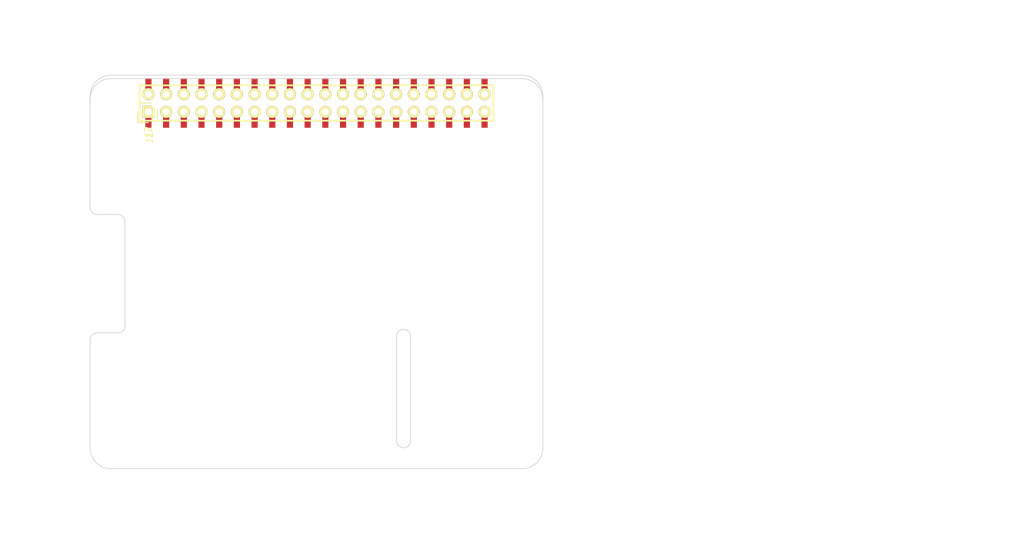
<source format=kicad_pcb>
(kicad_pcb (version 20221018) (generator pcbnew)
  (layers (0 "F.Cu" signal) (31 "B.Cu" signal) (34 "B.Paste" user) (35 "F.Paste" user) (36 "B.SilkS" user "B.Silkscreen") (37 "F.SilkS" user "F.Silkscreen") (38 "B.Mask" user) (39 "F.Mask" user) (44 "Edge.Cuts" user))
  (net 0 "")
  (net 1 "Net-(J1-Pad34)")
  (net 2 "Net-(J1-Pad36)")
  (net 3 "Net-(J1-Pad40)")
  (net 4 "Net-(J1-Pad38)")
  (net 5 "Net-(J1-Pad18)")
  (net 6 "Net-(J1-Pad20)")
  (net 7 "Net-(J1-Pad24)")
  (net 8 "Net-(J1-Pad22)")
  (net 9 "Net-(J1-Pad30)")
  (net 10 "Net-(J1-Pad32)")
  (net 11 "Net-(J1-Pad28)")
  (net 12 "Net-(J1-Pad26)")
  (net 13 "Net-(J1-Pad10)")
  (net 14 "Net-(J1-Pad12)")
  (net 15 "Net-(J1-Pad16)")
  (net 16 "Net-(J1-Pad14)")
  (net 17 "Net-(J1-Pad6)")
  (net 18 "Net-(J1-Pad8)")
  (net 19 "Net-(J1-Pad4)")
  (net 20 "Net-(J1-Pad2)")
  (net 21 "Net-(J1-Pad39)")
  (net 22 "Net-(J1-Pad37)")
  (net 23 "Net-(J1-Pad33)")
  (net 24 "Net-(J1-Pad35)")
  (net 25 "Net-(J1-Pad27)")
  (net 26 "Net-(J1-Pad25)")
  (net 27 "Net-(J1-Pad29)")
  (net 28 "Net-(J1-Pad31)")
  (net 29 "Net-(J1-Pad23)")
  (net 30 "Net-(J1-Pad21)")
  (net 31 "Net-(J1-Pad17)")
  (net 32 "Net-(J1-Pad19)")
  (net 33 "Net-(J1-Pad3)")
  (net 34 "Net-(J1-Pad1)")
  (net 35 "Net-(J1-Pad5)")
  (net 36 "Net-(J1-Pad7)")
  (net 37 "Net-(J1-Pad15)")
  (net 38 "Net-(J1-Pad13)")
  (net 39 "Net-(J1-Pad9)")
  (net 40 "Net-(J1-Pad11)")
  (net 41 "Net-(J2-Pad1)")
  (net 42 "Net-(J2-Pad2)")
  (net 43 "Net-(J2-Pad3)")
  (net 44 "Net-(J2-Pad4)")
  (net 45 "Net-(J2-Pad5)")
  (net 46 "Net-(J2-Pad6)")
  (net 47 "Net-(J2-Pad7)")
  (net 48 "Net-(J2-Pad8)")
  (net 49 "Net-(J2-Pad9)")
  (net 50 "Net-(J2-Pad10)")
  (net 51 "Net-(J2-Pad11)")
  (net 52 "Net-(J2-Pad12)")
  (net 53 "Net-(J2-Pad13)")
  (net 54 "Net-(J2-Pad14)")
  (net 55 "Net-(J2-Pad15)")
  (net 56 "Net-(J2-Pad16)")
  (net 57 "Net-(J2-Pad17)")
  (net 58 "Net-(J2-Pad18)")
  (net 59 "Net-(J2-Pad19)")
  (net 60 "Net-(J2-Pad20)")
  (net 61 "Net-(J2-Pad21)")
  (net 62 "Net-(J2-Pad22)")
  (net 63 "Net-(J2-Pad23)")
  (net 64 "Net-(J2-Pad24)")
  (net 65 "Net-(J2-Pad25)")
  (net 66 "Net-(J2-Pad26)")
  (net 67 "Net-(J2-Pad27)")
  (net 68 "Net-(J2-Pad28)")
  (net 69 "Net-(J2-Pad29)")
  (net 70 "Net-(J2-Pad30)")
  (net 71 "Net-(J2-Pad31)")
  (net 72 "Net-(J2-Pad32)")
  (net 73 "Net-(J2-Pad33)")
  (net 74 "Net-(J2-Pad34)")
  (net 75 "Net-(J2-Pad35)")
  (net 76 "Net-(J2-Pad36)")
  (net 77 "Net-(J2-Pad37)")
  (net 78 "Net-(J2-Pad38)")
  (net 79 "Net-(J2-Pad39)")
  (net 80 "Net-(J2-Pad40)")
  (footprint "RPi_Hat:RPi_Hat_Mounting_Hole" (layer "F.Cu") (at 171.5 74)
    (fp_text reference "" hide)
    (fp_text value "" hide)
    (pad "" np_thru_hole circle locked (at 0 0) (size 2.75 2.75) (drill 2.75) (layers "*.Cu" "*.Mask") (clearance 1.725))
  )
  (footprint "RPi_Hat:RPi_Hat_Mounting_Hole" (layer "F.Cu") (at 113.5 74)
    (fp_text reference "" hide)
    (fp_text value "" hide)
    (pad "" np_thru_hole circle locked (at 0 0) (size 2.75 2.75) (drill 2.75) (layers "*.Cu" "*.Mask") (clearance 1.725))
  )
  (footprint "RPi_Hat:RPi_Hat_Mounting_Hole" (layer "F.Cu") (at 113.5 123)
    (fp_text reference "" hide)
    (fp_text value "" hide)
    (pad "" np_thru_hole circle locked (at 0 0) (size 2.75 2.75) (drill 2.75) (layers "*.Cu" "*.Mask") (clearance 1.725))
  )
  (footprint "RPi_Hat:RPi_Hat_Mounting_Hole" (layer "F.Cu") (at 171.5 123)
    (fp_text reference "" hide)
    (fp_text value "" hide)
    (pad "" np_thru_hole circle locked (at 0 0) (size 2.75 2.75) (drill 2.75) (layers "*.Cu" "*.Mask") (clearance 1.725))
  )
  (footprint "RPi_Hat:Pin_Header_Straight_2x20" (layer "F.Cu") (at 142.5 74 90)
    (fp_text reference "J2" (at -4.191 -24.13 90) (layer "F.SilkS"))
    (fp_text value "RPi_GPIO")
    (fp_line (start -2.82 -25.68) (end -2.82 -24.13) (stroke (width 0.15)) (layer "F.SilkS"))
    (fp_line (start -2.54 -22.86) (end -2.54 25.4) (stroke (width 0.15)) (layer "F.SilkS"))
    (fp_line (start -1.27 -25.68) (end -2.82 -25.68) (stroke (width 0.15)) (layer "F.SilkS"))
    (fp_line (start 0 -25.4) (end 0 -22.86) (stroke (width 0.15)) (layer "F.SilkS"))
    (fp_line (start 0 -22.86) (end -2.54 -22.86) (stroke (width 0.15)) (layer "F.SilkS"))
    (fp_line (start 2.54 -25.4) (end 0 -25.4) (stroke (width 0.15)) (layer "F.SilkS"))
    (fp_line (start 2.54 25.4) (end -2.54 25.4) (stroke (width 0.15)) (layer "F.SilkS"))
    (fp_line (start 2.54 25.4) (end 2.54 -25.4) (stroke (width 0.15)) (layer "F.SilkS"))
    (pad "1" thru_hole rect locked (at -1.27 -24.13 90) (size 1.7272 1.7272) (drill 1.016) (layers "*.Cu" "*.Mask" "F.SilkS") (net 41 "Net-(J2-Pad1)"))
    (pad "2" thru_hole oval locked (at 1.27 -24.13 90) (size 1.7272 1.7272) (drill 1.016) (layers "*.Cu" "*.Mask" "F.SilkS") (net 42 "Net-(J2-Pad2)"))
    (pad "3" thru_hole oval locked (at -1.27 -21.59 90) (size 1.7272 1.7272) (drill 1.016) (layers "*.Cu" "*.Mask" "F.SilkS") (net 43 "Net-(J2-Pad3)"))
    (pad "4" thru_hole oval locked (at 1.27 -21.59 90) (size 1.7272 1.7272) (drill 1.016) (layers "*.Cu" "*.Mask" "F.SilkS") (net 44 "Net-(J2-Pad4)"))
    (pad "5" thru_hole oval locked (at -1.27 -19.05 90) (size 1.7272 1.7272) (drill 1.016) (layers "*.Cu" "*.Mask" "F.SilkS") (net 45 "Net-(J2-Pad5)"))
    (pad "6" thru_hole oval locked (at 1.27 -19.05 90) (size 1.7272 1.7272) (drill 1.016) (layers "*.Cu" "*.Mask" "F.SilkS") (net 46 "Net-(J2-Pad6)"))
    (pad "7" thru_hole oval locked (at -1.27 -16.51 90) (size 1.7272 1.7272) (drill 1.016) (layers "*.Cu" "*.Mask" "F.SilkS") (net 47 "Net-(J2-Pad7)"))
    (pad "8" thru_hole oval locked (at 1.27 -16.51 90) (size 1.7272 1.7272) (drill 1.016) (layers "*.Cu" "*.Mask" "F.SilkS") (net 48 "Net-(J2-Pad8)"))
    (pad "9" thru_hole oval locked (at -1.27 -13.97 90) (size 1.7272 1.7272) (drill 1.016) (layers "*.Cu" "*.Mask" "F.SilkS") (net 49 "Net-(J2-Pad9)"))
    (pad "10" thru_hole oval locked (at 1.27 -13.97 90) (size 1.7272 1.7272) (drill 1.016) (layers "*.Cu" "*.Mask" "F.SilkS") (net 50 "Net-(J2-Pad10)"))
    (pad "11" thru_hole oval locked (at -1.27 -11.43 90) (size 1.7272 1.7272) (drill 1.016) (layers "*.Cu" "*.Mask" "F.SilkS") (net 51 "Net-(J2-Pad11)"))
    (pad "12" thru_hole oval locked (at 1.27 -11.43 90) (size 1.7272 1.7272) (drill 1.016) (layers "*.Cu" "*.Mask" "F.SilkS") (net 52 "Net-(J2-Pad12)"))
    (pad "13" thru_hole oval locked (at -1.27 -8.89 90) (size 1.7272 1.7272) (drill 1.016) (layers "*.Cu" "*.Mask" "F.SilkS") (net 53 "Net-(J2-Pad13)"))
    (pad "14" thru_hole oval locked (at 1.27 -8.89 90) (size 1.7272 1.7272) (drill 1.016) (layers "*.Cu" "*.Mask" "F.SilkS") (net 54 "Net-(J2-Pad14)"))
    (pad "15" thru_hole oval locked (at -1.27 -6.35 90) (size 1.7272 1.7272) (drill 1.016) (layers "*.Cu" "*.Mask" "F.SilkS") (net 55 "Net-(J2-Pad15)"))
    (pad "16" thru_hole oval locked (at 1.27 -6.35 90) (size 1.7272 1.7272) (drill 1.016) (layers "*.Cu" "*.Mask" "F.SilkS") (net 56 "Net-(J2-Pad16)"))
    (pad "17" thru_hole oval locked (at -1.27 -3.81 90) (size 1.7272 1.7272) (drill 1.016) (layers "*.Cu" "*.Mask" "F.SilkS") (net 57 "Net-(J2-Pad17)"))
    (pad "18" thru_hole oval locked (at 1.27 -3.81 90) (size 1.7272 1.7272) (drill 1.016) (layers "*.Cu" "*.Mask" "F.SilkS") (net 58 "Net-(J2-Pad18)"))
    (pad "19" thru_hole oval locked (at -1.27 -1.27 90) (size 1.7272 1.7272) (drill 1.016) (layers "*.Cu" "*.Mask" "F.SilkS") (net 59 "Net-(J2-Pad19)"))
    (pad "20" thru_hole oval locked (at 1.27 -1.27 90) (size 1.7272 1.7272) (drill 1.016) (layers "*.Cu" "*.Mask" "F.SilkS") (net 60 "Net-(J2-Pad20)"))
    (pad "21" thru_hole oval locked (at -1.27 1.27 90) (size 1.7272 1.7272) (drill 1.016) (layers "*.Cu" "*.Mask" "F.SilkS") (net 61 "Net-(J2-Pad21)"))
    (pad "22" thru_hole oval locked (at 1.27 1.27 90) (size 1.7272 1.7272) (drill 1.016) (layers "*.Cu" "*.Mask" "F.SilkS") (net 62 "Net-(J2-Pad22)"))
    (pad "23" thru_hole oval locked (at -1.27 3.81 90) (size 1.7272 1.7272) (drill 1.016) (layers "*.Cu" "*.Mask" "F.SilkS") (net 63 "Net-(J2-Pad23)"))
    (pad "24" thru_hole oval locked (at 1.27 3.81 90) (size 1.7272 1.7272) (drill 1.016) (layers "*.Cu" "*.Mask" "F.SilkS") (net 64 "Net-(J2-Pad24)"))
    (pad "25" thru_hole oval locked (at -1.27 6.35 90) (size 1.7272 1.7272) (drill 1.016) (layers "*.Cu" "*.Mask" "F.SilkS") (net 65 "Net-(J2-Pad25)"))
    (pad "26" thru_hole oval locked (at 1.27 6.35 90) (size 1.7272 1.7272) (drill 1.016) (layers "*.Cu" "*.Mask" "F.SilkS") (net 66 "Net-(J2-Pad26)"))
    (pad "27" thru_hole oval locked (at -1.27 8.89 90) (size 1.7272 1.7272) (drill 1.016) (layers "*.Cu" "*.Mask" "F.SilkS") (net 67 "Net-(J2-Pad27)"))
    (pad "28" thru_hole oval locked (at 1.27 8.89 90) (size 1.7272 1.7272) (drill 1.016) (layers "*.Cu" "*.Mask" "F.SilkS") (net 68 "Net-(J2-Pad28)"))
    (pad "29" thru_hole oval locked (at -1.27 11.43 90) (size 1.7272 1.7272) (drill 1.016) (layers "*.Cu" "*.Mask" "F.SilkS") (net 69 "Net-(J2-Pad29)"))
    (pad "30" thru_hole oval locked (at 1.27 11.43 90) (size 1.7272 1.7272) (drill 1.016) (layers "*.Cu" "*.Mask" "F.SilkS") (net 70 "Net-(J2-Pad30)"))
    (pad "31" thru_hole oval locked (at -1.27 13.97 90) (size 1.7272 1.7272) (drill 1.016) (layers "*.Cu" "*.Mask" "F.SilkS") (net 71 "Net-(J2-Pad31)"))
    (pad "32" thru_hole oval locked (at 1.27 13.97 90) (size 1.7272 1.7272) (drill 1.016) (layers "*.Cu" "*.Mask" "F.SilkS") (net 72 "Net-(J2-Pad32)"))
    (pad "33" thru_hole oval locked (at -1.27 16.51 90) (size 1.7272 1.7272) (drill 1.016) (layers "*.Cu" "*.Mask" "F.SilkS") (net 73 "Net-(J2-Pad33)"))
    (pad "34" thru_hole oval locked (at 1.27 16.51 90) (size 1.7272 1.7272) (drill 1.016) (layers "*.Cu" "*.Mask" "F.SilkS") (net 74 "Net-(J2-Pad34)"))
    (pad "35" thru_hole oval locked (at -1.27 19.05 90) (size 1.7272 1.7272) (drill 1.016) (layers "*.Cu" "*.Mask" "F.SilkS") (net 75 "Net-(J2-Pad35)"))
    (pad "36" thru_hole oval locked (at 1.27 19.05 90) (size 1.7272 1.7272) (drill 1.016) (layers "*.Cu" "*.Mask" "F.SilkS") (net 76 "Net-(J2-Pad36)"))
    (pad "37" thru_hole oval locked (at -1.27 21.59 90) (size 1.7272 1.7272) (drill 1.016) (layers "*.Cu" "*.Mask" "F.SilkS") (net 77 "Net-(J2-Pad37)"))
    (pad "38" thru_hole oval locked (at 1.27 21.59 90) (size 1.7272 1.7272) (drill 1.016) (layers "*.Cu" "*.Mask" "F.SilkS") (net 78 "Net-(J2-Pad38)"))
    (pad "39" thru_hole oval locked (at -1.27 24.13 90) (size 1.7272 1.7272) (drill 1.016) (layers "*.Cu" "*.Mask" "F.SilkS") (net 79 "Net-(J2-Pad39)"))
    (pad "40" thru_hole oval locked (at 1.27 24.13 90) (size 1.7272 1.7272) (drill 1.016) (layers "*.Cu" "*.Mask" "F.SilkS") (net 80 "Net-(J2-Pad40)"))
  )
  (footprint "RPi_Hat:Samtec_HLE-120-02-XXX-DV-BE-XX-XX" (layer "F.Cu") (at 142.5 74 90)
    (fp_text reference "J1" (at -5 -24 90) (layer "F.SilkS"))
    (fp_text value "RPi_GPIO")
    (fp_line (start -2.54 -25.4) (end 2.54 -25.4) (stroke (width 0.254)) (layer "F.SilkS"))
    (fp_line (start -2.54 25.4) (end -2.54 -25.4) (stroke (width 0.254)) (layer "F.SilkS"))
    (fp_line (start 2.54 -25.4) (end 2.54 25.4) (stroke (width 0.254)) (layer "F.SilkS"))
    (fp_line (start 2.54 25.4) (end -2.54 25.4) (stroke (width 0.254)) (layer "F.SilkS"))
    (pad "" np_thru_hole circle locked (at -1.27 -24.13) (size 0.9652 0.9652) (drill 0.9652) (layers "*.Cu" "*.Mask" "F.SilkS"))
    (pad "" np_thru_hole circle locked (at -1.27 -21.59) (size 0.9652 0.9652) (drill 0.9652) (layers "*.Cu" "*.Mask" "F.SilkS"))
    (pad "" np_thru_hole circle locked (at -1.27 -19.05) (size 0.9652 0.9652) (drill 0.9652) (layers "*.Cu" "*.Mask" "F.SilkS"))
    (pad "" np_thru_hole circle locked (at -1.27 -16.51) (size 0.9652 0.9652) (drill 0.9652) (layers "*.Cu" "*.Mask" "F.SilkS"))
    (pad "" np_thru_hole circle locked (at -1.27 -13.97) (size 0.9652 0.9652) (drill 0.9652) (layers "*.Cu" "*.Mask" "F.SilkS"))
    (pad "" np_thru_hole circle locked (at -1.27 -11.43) (size 0.9652 0.9652) (drill 0.9652) (layers "*.Cu" "*.Mask" "F.SilkS"))
    (pad "" np_thru_hole circle locked (at -1.27 -8.89) (size 0.9652 0.9652) (drill 0.9652) (layers "*.Cu" "*.Mask" "F.SilkS"))
    (pad "" np_thru_hole circle locked (at -1.27 -6.35) (size 0.9652 0.9652) (drill 0.9652) (layers "*.Cu" "*.Mask" "F.SilkS"))
    (pad "" np_thru_hole circle locked (at -1.27 -3.81) (size 0.9652 0.9652) (drill 0.9652) (layers "*.Cu" "*.Mask" "F.SilkS"))
    (pad "" np_thru_hole circle locked (at -1.27 -1.27) (size 0.9652 0.9652) (drill 0.9652) (layers "*.Cu" "*.Mask" "F.SilkS"))
    (pad "" np_thru_hole circle locked (at -1.27 1.27) (size 0.9652 0.9652) (drill 0.9652) (layers "*.Cu" "*.Mask" "F.SilkS"))
    (pad "" np_thru_hole circle locked (at -1.27 3.81) (size 0.9652 0.9652) (drill 0.9652) (layers "*.Cu" "*.Mask" "F.SilkS"))
    (pad "" np_thru_hole circle locked (at -1.27 6.35) (size 0.9652 0.9652) (drill 0.9652) (layers "*.Cu" "*.Mask" "F.SilkS"))
    (pad "" np_thru_hole circle locked (at -1.27 8.89) (size 0.9652 0.9652) (drill 0.9652) (layers "*.Cu" "*.Mask" "F.SilkS"))
    (pad "" np_thru_hole circle locked (at -1.27 11.43) (size 0.9652 0.9652) (drill 0.9652) (layers "*.Cu" "*.Mask" "F.SilkS"))
    (pad "" np_thru_hole circle locked (at -1.27 13.97) (size 0.9652 0.9652) (drill 0.9652) (layers "*.Cu" "*.Mask" "F.SilkS"))
    (pad "" np_thru_hole circle locked (at -1.27 16.51) (size 0.9652 0.9652) (drill 0.9652) (layers "*.Cu" "*.Mask" "F.SilkS"))
    (pad "" np_thru_hole circle locked (at -1.27 19.05) (size 0.9652 0.9652) (drill 0.9652) (layers "*.Cu" "*.Mask" "F.SilkS"))
    (pad "" np_thru_hole circle locked (at -1.27 21.59) (size 0.9652 0.9652) (drill 0.9652) (layers "*.Cu" "*.Mask" "F.SilkS"))
    (pad "" np_thru_hole circle locked (at -1.27 24.13) (size 0.9652 0.9652) (drill 0.9652) (layers "*.Cu" "*.Mask" "F.SilkS"))
    (pad "" np_thru_hole circle locked (at 0 -22.86) (size 1.778 1.778) (drill 1.778) (layers "*.Cu" "*.Mask" "F.SilkS"))
    (pad "" np_thru_hole circle locked (at 0 22.86) (size 1.778 1.778) (drill 1.778) (layers "*.Cu" "*.Mask" "F.SilkS"))
    (pad "" np_thru_hole circle locked (at 1.27 -24.13) (size 0.9652 0.9652) (drill 0.9652) (layers "*.Cu" "*.Mask" "F.SilkS"))
    (pad "" np_thru_hole circle locked (at 1.27 -21.59) (size 0.9652 0.9652) (drill 0.9652) (layers "*.Cu" "*.Mask" "F.SilkS"))
    (pad "" np_thru_hole circle locked (at 1.27 -19.05) (size 0.9652 0.9652) (drill 0.9652) (layers "*.Cu" "*.Mask" "F.SilkS"))
    (pad "" np_thru_hole circle locked (at 1.27 -16.51) (size 0.9652 0.9652) (drill 0.9652) (layers "*.Cu" "*.Mask" "F.SilkS"))
    (pad "" np_thru_hole circle locked (at 1.27 -13.97) (size 0.9652 0.9652) (drill 0.9652) (layers "*.Cu" "*.Mask" "F.SilkS"))
    (pad "" np_thru_hole circle locked (at 1.27 -11.43) (size 0.9652 0.9652) (drill 0.9652) (layers "*.Cu" "*.Mask" "F.SilkS"))
    (pad "" np_thru_hole circle locked (at 1.27 -8.89) (size 0.9652 0.9652) (drill 0.9652) (layers "*.Cu" "*.Mask" "F.SilkS"))
    (pad "" np_thru_hole circle locked (at 1.27 -6.35) (size 0.9652 0.9652) (drill 0.9652) (layers "*.Cu" "*.Mask" "F.SilkS"))
    (pad "" np_thru_hole circle locked (at 1.27 -3.81) (size 0.9652 0.9652) (drill 0.9652) (layers "*.Cu" "*.Mask" "F.SilkS"))
    (pad "" np_thru_hole circle locked (at 1.27 -1.27) (size 0.9652 0.9652) (drill 0.9652) (layers "*.Cu" "*.Mask" "F.SilkS"))
    (pad "" np_thru_hole circle locked (at 1.27 1.27) (size 0.9652 0.9652) (drill 0.9652) (layers "*.Cu" "*.Mask" "F.SilkS"))
    (pad "" np_thru_hole circle locked (at 1.27 3.81) (size 0.9652 0.9652) (drill 0.9652) (layers "*.Cu" "*.Mask" "F.SilkS"))
    (pad "" np_thru_hole circle locked (at 1.27 6.35) (size 0.9652 0.9652) (drill 0.9652) (layers "*.Cu" "*.Mask" "F.SilkS"))
    (pad "" np_thru_hole circle locked (at 1.27 8.89) (size 0.9652 0.9652) (drill 0.9652) (layers "*.Cu" "*.Mask" "F.SilkS"))
    (pad "" np_thru_hole circle locked (at 1.27 11.43) (size 0.9652 0.9652) (drill 0.9652) (layers "*.Cu" "*.Mask" "F.SilkS"))
    (pad "" np_thru_hole circle locked (at 1.27 13.97) (size 0.9652 0.9652) (drill 0.9652) (layers "*.Cu" "*.Mask" "F.SilkS"))
    (pad "" np_thru_hole circle locked (at 1.27 16.51) (size 0.9652 0.9652) (drill 0.9652) (layers "*.Cu" "*.Mask" "F.SilkS"))
    (pad "" np_thru_hole circle locked (at 1.27 19.05) (size 0.9652 0.9652) (drill 0.9652) (layers "*.Cu" "*.Mask" "F.SilkS"))
    (pad "" np_thru_hole circle locked (at 1.27 21.59) (size 0.9652 0.9652) (drill 0.9652) (layers "*.Cu" "*.Mask" "F.SilkS"))
    (pad "" np_thru_hole circle locked (at 1.27 24.13) (size 0.9652 0.9652) (drill 0.9652) (layers "*.Cu" "*.Mask" "F.SilkS"))
    (pad "1" smd rect locked (at -2.7178 -24.13 180) (size 0.889 1.6764) (layers "F.Cu" "F.Paste" "F.Mask") (net 34 "Net-(J1-Pad1)"))
    (pad "2" smd rect locked (at 2.7178 -24.13 180) (size 0.889 1.6764) (layers "F.Cu" "F.Paste" "F.Mask") (net 20 "Net-(J1-Pad2)"))
    (pad "3" smd rect locked (at -2.7178 -21.59 180) (size 0.889 1.6764) (layers "F.Cu" "F.Paste" "F.Mask") (net 33 "Net-(J1-Pad3)"))
    (pad "4" smd rect locked (at 2.7178 -21.59 180) (size 0.889 1.6764) (layers "F.Cu" "F.Paste" "F.Mask") (net 19 "Net-(J1-Pad4)"))
    (pad "5" smd rect locked (at -2.7178 -19.05 180) (size 0.889 1.6764) (layers "F.Cu" "F.Paste" "F.Mask") (net 35 "Net-(J1-Pad5)"))
    (pad "6" smd rect locked (at 2.7178 -19.05 180) (size 0.889 1.6764) (layers "F.Cu" "F.Paste" "F.Mask") (net 17 "Net-(J1-Pad6)"))
    (pad "7" smd rect locked (at -2.7178 -16.51 180) (size 0.889 1.6764) (layers "F.Cu" "F.Paste" "F.Mask") (net 36 "Net-(J1-Pad7)"))
    (pad "8" smd rect locked (at 2.7178 -16.51 180) (size 0.889 1.6764) (layers "F.Cu" "F.Paste" "F.Mask") (net 18 "Net-(J1-Pad8)"))
    (pad "9" smd rect locked (at -2.7178 -13.97 180) (size 0.889 1.6764) (layers "F.Cu" "F.Paste" "F.Mask") (net 39 "Net-(J1-Pad9)"))
    (pad "10" smd rect locked (at 2.7178 -13.97 180) (size 0.889 1.6764) (layers "F.Cu" "F.Paste" "F.Mask") (net 13 "Net-(J1-Pad10)"))
    (pad "11" smd rect locked (at -2.7178 -11.43 180) (size 0.889 1.6764) (layers "F.Cu" "F.Paste" "F.Mask") (net 40 "Net-(J1-Pad11)"))
    (pad "12" smd rect locked (at 2.7178 -11.43 180) (size 0.889 1.6764) (layers "F.Cu" "F.Paste" "F.Mask") (net 14 "Net-(J1-Pad12)"))
    (pad "13" smd rect locked (at -2.7178 -8.89 180) (size 0.889 1.6764) (layers "F.Cu" "F.Paste" "F.Mask") (net 38 "Net-(J1-Pad13)"))
    (pad "14" smd rect locked (at 2.7178 -8.89 180) (size 0.889 1.6764) (layers "F.Cu" "F.Paste" "F.Mask") (net 16 "Net-(J1-Pad14)"))
    (pad "15" smd rect locked (at -2.7178 -6.35 180) (size 0.889 1.6764) (layers "F.Cu" "F.Paste" "F.Mask") (net 37 "Net-(J1-Pad15)"))
    (pad "16" smd rect locked (at 2.7178 -6.35 180) (size 0.889 1.6764) (layers "F.Cu" "F.Paste" "F.Mask") (net 15 "Net-(J1-Pad16)"))
    (pad "17" smd rect locked (at -2.7178 -3.81 180) (size 0.889 1.6764) (layers "F.Cu" "F.Paste" "F.Mask") (net 31 "Net-(J1-Pad17)"))
    (pad "18" smd rect locked (at 2.7178 -3.81 180) (size 0.889 1.6764) (layers "F.Cu" "F.Paste" "F.Mask") (net 5 "Net-(J1-Pad18)"))
    (pad "19" smd rect locked (at -2.7178 -1.27 180) (size 0.889 1.6764) (layers "F.Cu" "F.Paste" "F.Mask") (net 32 "Net-(J1-Pad19)"))
    (pad "20" smd rect locked (at 2.7178 -1.27 180) (size 0.889 1.6764) (layers "F.Cu" "F.Paste" "F.Mask") (net 6 "Net-(J1-Pad20)"))
    (pad "21" smd rect locked (at -2.7178 1.27 180) (size 0.889 1.6764) (layers "F.Cu" "F.Paste" "F.Mask") (net 30 "Net-(J1-Pad21)"))
    (pad "22" smd rect locked (at 2.7178 1.27 180) (size 0.889 1.6764) (layers "F.Cu" "F.Paste" "F.Mask") (net 8 "Net-(J1-Pad22)"))
    (pad "23" smd rect locked (at -2.7178 3.81 180) (size 0.889 1.6764) (layers "F.Cu" "F.Paste" "F.Mask") (net 29 "Net-(J1-Pad23)"))
    (pad "24" smd rect locked (at 2.7178 3.81 180) (size 0.889 1.6764) (layers "F.Cu" "F.Paste" "F.Mask") (net 7 "Net-(J1-Pad24)"))
    (pad "25" smd rect locked (at -2.7178 6.35 180) (size 0.889 1.6764) (layers "F.Cu" "F.Paste" "F.Mask") (net 26 "Net-(J1-Pad25)"))
    (pad "26" smd rect locked (at 2.7178 6.35 180) (size 0.889 1.6764) (layers "F.Cu" "F.Paste" "F.Mask") (net 12 "Net-(J1-Pad26)"))
    (pad "27" smd rect locked (at -2.7178 8.89 180) (size 0.889 1.6764) (layers "F.Cu" "F.Paste" "F.Mask") (net 25 "Net-(J1-Pad27)"))
    (pad "28" smd rect locked (at 2.7178 8.89 180) (size 0.889 1.6764) (layers "F.Cu" "F.Paste" "F.Mask") (net 11 "Net-(J1-Pad28)"))
    (pad "29" smd rect locked (at -2.7178 11.43 180) (size 0.889 1.6764) (layers "F.Cu" "F.Paste" "F.Mask") (net 27 "Net-(J1-Pad29)"))
    (pad "30" smd rect locked (at 2.7178 11.43 180) (size 0.889 1.6764) (layers "F.Cu" "F.Paste" "F.Mask") (net 9 "Net-(J1-Pad30)"))
    (pad "31" smd rect locked (at -2.7178 13.97 180) (size 0.889 1.6764) (layers "F.Cu" "F.Paste" "F.Mask") (net 28 "Net-(J1-Pad31)"))
    (pad "32" smd rect locked (at 2.7178 13.97 180) (size 0.889 1.6764) (layers "F.Cu" "F.Paste" "F.Mask") (net 10 "Net-(J1-Pad32)"))
    (pad "33" smd rect locked (at -2.7178 16.51 180) (size 0.889 1.6764) (layers "F.Cu" "F.Paste" "F.Mask") (net 23 "Net-(J1-Pad33)"))
    (pad "34" smd rect locked (at 2.7178 16.51 180) (size 0.889 1.6764) (layers "F.Cu" "F.Paste" "F.Mask") (net 1 "Net-(J1-Pad34)"))
    (pad "35" smd rect locked (at -2.7178 19.05 180) (size 0.889 1.6764) (layers "F.Cu" "F.Paste" "F.Mask") (net 24 "Net-(J1-Pad35)"))
    (pad "36" smd rect locked (at 2.7178 19.05 180) (size 0.889 1.6764) (layers "F.Cu" "F.Paste" "F.Mask") (net 2 "Net-(J1-Pad36)"))
    (pad "37" smd rect locked (at -2.7178 21.59 180) (size 0.889 1.6764) (layers "F.Cu" "F.Paste" "F.Mask") (net 22 "Net-(J1-Pad37)"))
    (pad "38" smd rect locked (at 2.7178 21.59 180) (size 0.889 1.6764) (layers "F.Cu" "F.Paste" "F.Mask") (net 4 "Net-(J1-Pad38)"))
    (pad "39" smd rect locked (at -2.7178 24.13 180) (size 0.889 1.6764) (layers "F.Cu" "F.Paste" "F.Mask") (net 21 "Net-(J1-Pad39)"))
    (pad "40" smd rect locked (at 2.7178 24.13 180) (size 0.889 1.6764) (layers "F.Cu" "F.Paste" "F.Mask") (net 3 "Net-(J1-Pad40)"))
  )
  (gr_arc (start 172 70) (mid 174.12132 70.87868) (end 175 73) (stroke (width 0.1)) (layer "Edge.Cuts"))
  (gr_arc (start 110 73) (mid 110.87868 70.87868) (end 113 70) (stroke (width 0.1)) (layer "Edge.Cuts"))
  (gr_arc (start 113 126.5) (mid 110.87868 125.62132) (end 110 123.5) (stroke (width 0.1)) (layer "Edge.Cuts"))
  (gr_arc (start 175 123.5) (mid 174.12132 125.62132) (end 172 126.5) (stroke (width 0.1)) (layer "Edge.Cuts"))
  (gr_arc (start 111 90) (mid 110.292893 89.707107) (end 110 89) (stroke (width 0.1)) (layer "Edge.Cuts"))
  (gr_arc (start 114 90) (mid 114.707107 90.292893) (end 115 91) (stroke (width 0.1)) (layer "Edge.Cuts"))
  (gr_arc (start 115 106) (mid 114.707107 106.707107) (end 114 107) (stroke (width 0.1)) (layer "Edge.Cuts"))
  (gr_arc (start 110 108) (mid 110.292893 107.292893) (end 111 107) (stroke (width 0.1)) (layer "Edge.Cuts"))
  (gr_line (start 156 107.5) (end 156 122.5) (stroke (width 0.1)) (layer "Edge.Cuts"))
  (gr_arc (start 156 122.5) (mid 155 123.5) (end 154 122.5) (stroke (width 0.1)) (layer "Edge.Cuts"))
  (gr_arc (start 110 73.5) (mid 110.87868 71.37868) (end 113 70.5) (stroke (width 0.1)) (layer "Edge.Cuts"))
  (gr_line (start 113 70.5) (end 172 70.5) (stroke (width 0.1)) (layer "Edge.Cuts"))
  (gr_arc (start 172 70.5) (mid 174.12132 71.37868) (end 175 73.5) (stroke (width 0.1)) (layer "Edge.Cuts"))
  (gr_line (start 111 107) (end 114 107) (stroke (width 0.1)) (layer "Edge.Cuts"))
  (gr_line (start 110 108) (end 110 123.5) (stroke (width 0.1)) (layer "Edge.Cuts"))
  (gr_line (start 115 91) (end 115 106) (stroke (width 0.1)) (layer "Edge.Cuts"))
  (gr_line (start 110 73) (end 110 89) (stroke (width 0.1)) (layer "Edge.Cuts"))
  (gr_arc (start 154 107.5) (mid 155 106.5) (end 156 107.5) (stroke (width 0.1)) (layer "Edge.Cuts"))
  (gr_line (start 154 107.5) (end 154 122.5) (stroke (width 0.1)) (layer "Edge.Cuts"))
  (gr_line (start 175 73) (end 175 123.5) (stroke (width 0.1)) (layer "Edge.Cuts"))
  (gr_line (start 111 90) (end 114 90) (stroke (width 0.1)) (layer "Edge.Cuts"))
  (gr_line (start 113 126.5) (end 172 126.5) (stroke (width 0.1)) (layer "Edge.Cuts"))
  (gr_line (start 113 70) (end 172 70) (stroke (width 0.1)) (layer "Edge.Cuts"))
)
</source>
